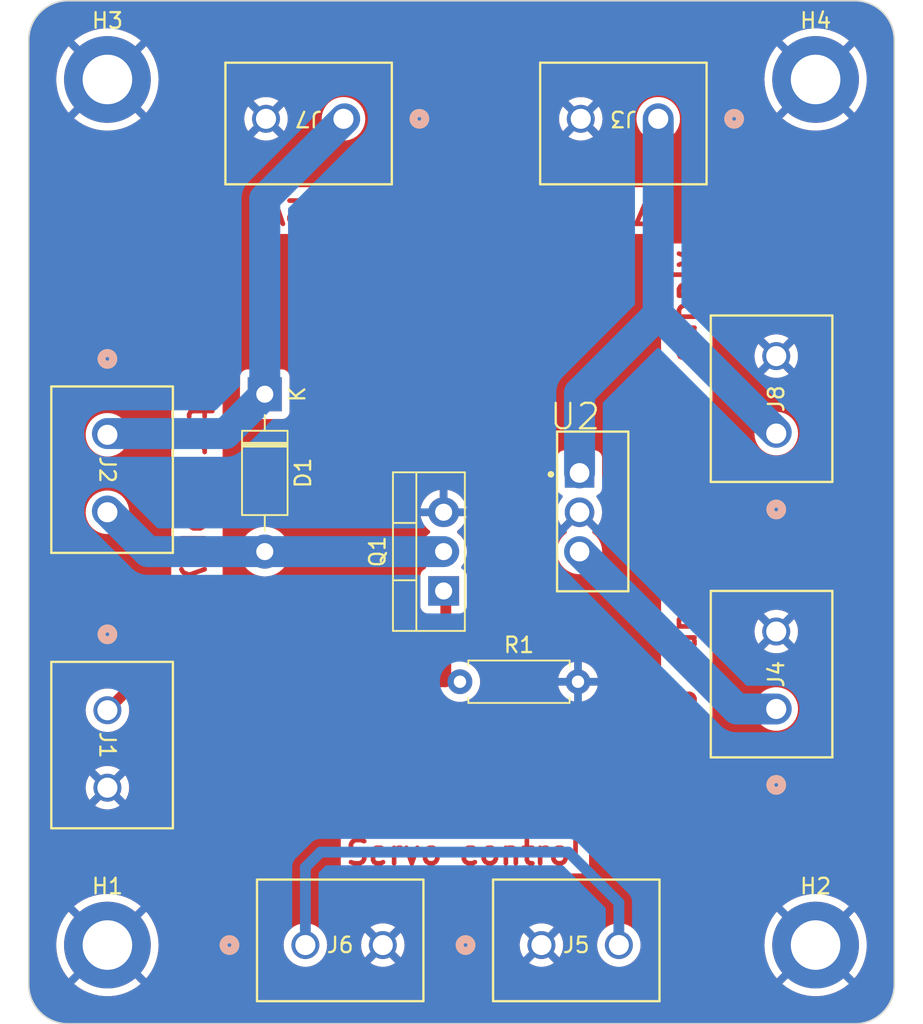
<source format=kicad_pcb>
(kicad_pcb (version 20221018) (generator pcbnew)
  (layers (0 "F.Cu" signal) (31 "B.Cu" signal) (34 "B.Paste" user) (35 "F.Paste" user) (36 "B.SilkS" user "B.Silkscreen") (37 "F.SilkS" user "F.Silkscreen") (38 "B.Mask" user) (39 "F.Mask" user) (44 "Edge.Cuts" user))
  (net 0 "")
  (net 1 "+7.5V")
  (net 2 "Net-(D1-A)")
  (net 3 "GND")
  (net 4 "Net-(J1-Pin_1)")
  (net 5 "Net-(J5-Pin_2)")
  (net 6 "+8V")
  (net 7 "Net-(J4-Pin_1)")
  (footprint "MountingHole:MountingHole_3.2mm_M3_DIN965_Pad" (layer "F.Cu") (at 142.24 71.12)
    (fp_text reference "H3" (at 0 -3.8) (layer "F.SilkS"))
    (fp_text value "MountingHole_Pad")
    (pad "1" thru_hole circle (at 0 0) (size 5.6 5.6) (drill 3.2) (layers "*.Cu" "*.Mask") (net 3 "GND"))
  )
  (footprint "Terminal_Block_Screw:CONN_TB002-500-02BE_CUD" (layer "F.Cu") (at 170.26 127)
    (fp_text reference "J5" (at 2.25 0 unlocked) (layer "F.SilkS"))
    (fp_text value "Screw_Terminal_01x02")
    (fp_circle (center -4.9001 0) (end -4.5191 0) (stroke (width 0.508)) (fill none) (layer "B.SilkS"))
    (fp_line (start -3.1221 -4.226999) (end -3.1221 3.621601) (stroke (width 0.1524)) (layer "F.SilkS"))
    (fp_line (start -3.1221 3.621601) (end 7.6221 3.621601) (stroke (width 0.1524)) (layer "F.SilkS"))
    (fp_line (start 7.6221 -4.226999) (end -3.1221 -4.226999) (stroke (width 0.1524)) (layer "F.SilkS"))
    (fp_line (start 7.6221 3.621601) (end 7.6221 -4.226999) (stroke (width 0.1524)) (layer "F.SilkS"))
    (fp_circle (center -4.9001 0) (end -4.5191 0) (stroke (width 0.508)) (fill none) (layer "F.SilkS"))
    (pad "1" thru_hole circle (at 0 0) (size 1.8034 1.8034) (drill 1.2954) (layers "*.Cu" "*.Mask") (net 3 "GND"))
    (pad "2" thru_hole circle (at 5 0) (size 1.8034 1.8034) (drill 1.2954) (layers "*.Cu" "*.Mask") (net 5 "Net-(J5-Pin_2)"))
  )
  (footprint "MountingHole:MountingHole_3.2mm_M3_DIN965_Pad" (layer "F.Cu") (at 142.24 127)
    (fp_text reference "H1" (at 0 -3.8) (layer "F.SilkS"))
    (fp_text value "MountingHole_Pad")
    (pad "1" thru_hole circle (at 0 0) (size 5.6 5.6) (drill 3.2) (layers "*.Cu" "*.Mask") (net 3 "GND"))
  )
  (footprint "Terminal_Block_Screw:CONN_TB002-500-02BE_CUD" (layer "F.Cu") (at 142.24 111.84 -90)
    (fp_text reference "J1" (at 2.25 0 -90 unlocked) (layer "F.SilkS"))
    (fp_text value "Screw_Terminal_01x02")
    (fp_circle (center -4.9001 0) (end -4.5191 0) (stroke (width 0.508)) (fill none) (layer "B.SilkS"))
    (fp_line (start -3.1221 -4.226999) (end -3.1221 3.621601) (stroke (width 0.1524)) (layer "F.SilkS"))
    (fp_line (start -3.1221 3.621601) (end 7.6221 3.621601) (stroke (width 0.1524)) (layer "F.SilkS"))
    (fp_line (start 7.6221 -4.226999) (end -3.1221 -4.226999) (stroke (width 0.1524)) (layer "F.SilkS"))
    (fp_line (start 7.6221 3.621601) (end 7.6221 -4.226999) (stroke (width 0.1524)) (layer "F.SilkS"))
    (fp_circle (center -4.9001 0) (end -4.5191 0) (stroke (width 0.508)) (fill none) (layer "F.SilkS"))
    (pad "1" thru_hole circle (at 0 0 270) (size 1.8034 1.8034) (drill 1.2954) (layers "*.Cu" "*.Mask") (net 4 "Net-(J1-Pin_1)"))
    (pad "2" thru_hole circle (at 5 0 270) (size 1.8034 1.8034) (drill 1.2954) (layers "*.Cu" "*.Mask") (net 3 "GND"))
  )
  (footprint "Package_TO_SOT_THT:TO-220-3_Vertical" (layer "F.Cu") (at 163.945 104.14 90)
    (fp_text reference "Q1" (at 2.54 -4.27 90) (layer "F.SilkS"))
    (fp_text value "IRLZ34N")
    (fp_line (start -2.58 -3.27) (end -2.58 1.371) (stroke (width 0.12)) (layer "F.SilkS"))
    (fp_line (start -2.58 -3.27) (end 7.66 -3.27) (stroke (width 0.12)) (layer "F.SilkS"))
    (fp_line (start -2.58 -1.76) (end 7.66 -1.76) (stroke (width 0.12)) (layer "F.SilkS"))
    (fp_line (start -2.58 1.371) (end 7.66 1.371) (stroke (width 0.12)) (layer "F.SilkS"))
    (fp_line (start 0.69 -3.27) (end 0.69 -1.76) (stroke (width 0.12)) (layer "F.SilkS"))
    (fp_line (start 4.391 -3.27) (end 4.391 -1.76) (stroke (width 0.12)) (layer "F.SilkS"))
    (fp_line (start 7.66 -3.27) (end 7.66 1.371) (stroke (width 0.12)) (layer "F.SilkS"))
    (pad "1" thru_hole rect (at 0 0 90) (size 1.905 2) (drill 1.1) (layers "*.Cu" "*.Mask") (net 4 "Net-(J1-Pin_1)"))
    (pad "2" thru_hole oval (at 2.54 0 90) (size 1.905 2) (drill 1.1) (layers "*.Cu" "*.Mask") (net 2 "Net-(D1-A)"))
    (pad "3" thru_hole oval (at 5.08 0 90) (size 1.905 2) (drill 1.1) (layers "*.Cu" "*.Mask") (net 3 "GND"))
  )
  (footprint "Resistor_THT:R_Axial_DIN0207_L6.3mm_D2.5mm_P7.62mm_Horizontal" (layer "F.Cu") (at 165 110)
    (fp_text reference "R1" (at 3.81 -2.37) (layer "F.SilkS"))
    (fp_text value "1k")
    (fp_line (start 0.54 -1.37) (end 7.08 -1.37) (stroke (width 0.12)) (layer "F.SilkS"))
    (fp_line (start 0.54 -1.04) (end 0.54 -1.37) (stroke (width 0.12)) (layer "F.SilkS"))
    (fp_line (start 0.54 1.04) (end 0.54 1.37) (stroke (width 0.12)) (layer "F.SilkS"))
    (fp_line (start 0.54 1.37) (end 7.08 1.37) (stroke (width 0.12)) (layer "F.SilkS"))
    (fp_line (start 7.08 -1.37) (end 7.08 -1.04) (stroke (width 0.12)) (layer "F.SilkS"))
    (fp_line (start 7.08 1.37) (end 7.08 1.04) (stroke (width 0.12)) (layer "F.SilkS"))
    (pad "1" thru_hole circle (at 0 0) (size 1.6 1.6) (drill 0.8) (layers "*.Cu" "*.Mask") (net 4 "Net-(J1-Pin_1)"))
    (pad "2" thru_hole oval (at 7.62 0) (size 1.6 1.6) (drill 0.8) (layers "*.Cu" "*.Mask") (net 3 "GND"))
  )
  (footprint "footprints:TO254P460X1020X1945-3P" (layer "F.Cu") (at 172.72 99.06)
    (fp_text reference "U2" (at -0.286703 -6.174801) (layer "F.SilkS") (effects (font (size 1.641433 1.641433))))
    (fp_text value "L7805")
    (fp_line (start -1.45 -5.207) (end 3.15 -5.207) (stroke (width 0.1524)) (layer "F.SilkS"))
    (fp_line (start -1.45 5.1) (end -1.45 -5.207) (stroke (width 0.1524)) (layer "F.SilkS"))
    (fp_line (start 3.15 -5.207) (end 3.15 5.1) (stroke (width 0.1524)) (layer "F.SilkS"))
    (fp_line (start 3.15 5.1) (end -1.45 5.1) (stroke (width 0.1524)) (layer "F.SilkS"))
    (fp_circle (center -1.85 -2.45) (end -1.738197 -2.45) (stroke (width 0.2)) (fill none) (layer "F.SilkS"))
    (pad "1" thru_hole rect (at 0 -2.54) (size 1.91 1.91) (drill 1.27) (layers "*.Cu" "*.Mask") (net 6 "+8V"))
    (pad "2" thru_hole circle (at 0 0) (size 1.91 1.91) (drill 1.27) (layers "*.Cu" "*.Mask") (net 3 "GND"))
    (pad "3" thru_hole circle (at 0 2.54) (size 1.91 1.91) (drill 1.27) (layers "*.Cu" "*.Mask") (net 7 "Net-(J4-Pin_1)"))
  )
  (footprint "Terminal_Block_Screw:CONN_TB002-500-02BE_CUD" (layer "F.Cu") (at 177.8 73.66 180)
    (fp_text reference "J3" (at 2.25 0 180 unlocked) (layer "F.SilkS"))
    (fp_text value "Screw_Terminal_01x02")
    (fp_circle (center -4.9001 0) (end -4.5191 0) (stroke (width 0.508)) (fill none) (layer "B.SilkS"))
    (fp_line (start -3.1221 -4.226999) (end -3.1221 3.621601) (stroke (width 0.1524)) (layer "F.SilkS"))
    (fp_line (start -3.1221 3.621601) (end 7.6221 3.621601) (stroke (width 0.1524)) (layer "F.SilkS"))
    (fp_line (start 7.6221 -4.226999) (end -3.1221 -4.226999) (stroke (width 0.1524)) (layer "F.SilkS"))
    (fp_line (start 7.6221 3.621601) (end 7.6221 -4.226999) (stroke (width 0.1524)) (layer "F.SilkS"))
    (fp_circle (center -4.9001 0) (end -4.5191 0) (stroke (width 0.508)) (fill none) (layer "F.SilkS"))
    (pad "1" thru_hole circle (at 0 0 180) (size 1.8034 1.8034) (drill 1.2954) (layers "*.Cu" "*.Mask") (net 6 "+8V"))
    (pad "2" thru_hole circle (at 5 0 180) (size 1.8034 1.8034) (drill 1.2954) (layers "*.Cu" "*.Mask") (net 3 "GND"))
  )
  (footprint "MountingHole:MountingHole_3.2mm_M3_DIN965_Pad" (layer "F.Cu") (at 187.96 71.12)
    (fp_text reference "H4" (at 0 -3.8) (layer "F.SilkS"))
    (fp_text value "MountingHole_Pad")
    (pad "1" thru_hole circle (at 0 0) (size 5.6 5.6) (drill 3.2) (layers "*.Cu" "*.Mask") (net 3 "GND"))
  )
  (footprint "MountingHole:MountingHole_3.2mm_M3_DIN965_Pad" (layer "F.Cu") (at 187.96 127)
    (fp_text reference "H2" (at 0 -3.8) (layer "F.SilkS"))
    (fp_text value "MountingHole_Pad")
    (pad "1" thru_hole circle (at 0 0) (size 5.6 5.6) (drill 3.2) (layers "*.Cu" "*.Mask") (net 3 "GND"))
  )
  (footprint "Terminal_Block_Screw:CONN_TB002-500-02BE_CUD" (layer "F.Cu") (at 142.24 94.06 -90)
    (fp_text reference "J2" (at 2.25 0 -90 unlocked) (layer "F.SilkS"))
    (fp_text value "Screw_Terminal_01x02")
    (fp_circle (center -4.9001 0) (end -4.5191 0) (stroke (width 0.508)) (fill none) (layer "B.SilkS"))
    (fp_line (start -3.1221 -4.226999) (end -3.1221 3.621601) (stroke (width 0.1524)) (layer "F.SilkS"))
    (fp_line (start -3.1221 3.621601) (end 7.6221 3.621601) (stroke (width 0.1524)) (layer "F.SilkS"))
    (fp_line (start 7.6221 -4.226999) (end -3.1221 -4.226999) (stroke (width 0.1524)) (layer "F.SilkS"))
    (fp_line (start 7.6221 3.621601) (end 7.6221 -4.226999) (stroke (width 0.1524)) (layer "F.SilkS"))
    (fp_circle (center -4.9001 0) (end -4.5191 0) (stroke (width 0.508)) (fill none) (layer "F.SilkS"))
    (pad "1" thru_hole circle (at 0 0 270) (size 1.8034 1.8034) (drill 1.2954) (layers "*.Cu" "*.Mask") (net 1 "+7.5V"))
    (pad "2" thru_hole circle (at 5 0 270) (size 1.8034 1.8034) (drill 1.2954) (layers "*.Cu" "*.Mask") (net 2 "Net-(D1-A)"))
  )
  (footprint "Terminal_Block_Screw:CONN_TB002-500-02BE_CUD" (layer "F.Cu") (at 155.02 127)
    (fp_text reference "J6" (at 2.25 0 unlocked) (layer "F.SilkS"))
    (fp_text value "Screw_Terminal_01x02")
    (fp_circle (center -4.9001 0) (end -4.5191 0) (stroke (width 0.508)) (fill none) (layer "B.SilkS"))
    (fp_line (start -3.1221 -4.226999) (end -3.1221 3.621601) (stroke (width 0.1524)) (layer "F.SilkS"))
    (fp_line (start -3.1221 3.621601) (end 7.6221 3.621601) (stroke (width 0.1524)) (layer "F.SilkS"))
    (fp_line (start 7.6221 -4.226999) (end -3.1221 -4.226999) (stroke (width 0.1524)) (layer "F.SilkS"))
    (fp_line (start 7.6221 3.621601) (end 7.6221 -4.226999) (stroke (width 0.1524)) (layer "F.SilkS"))
    (fp_circle (center -4.9001 0) (end -4.5191 0) (stroke (width 0.508)) (fill none) (layer "F.SilkS"))
    (pad "1" thru_hole circle (at 0 0) (size 1.8034 1.8034) (drill 1.2954) (layers "*.Cu" "*.Mask") (net 5 "Net-(J5-Pin_2)"))
    (pad "2" thru_hole circle (at 5 0) (size 1.8034 1.8034) (drill 1.2954) (layers "*.Cu" "*.Mask") (net 3 "GND"))
  )
  (footprint "Terminal_Block_Screw:CONN_TB002-500-02BE_CUD" (layer "F.Cu") (at 185.42 93.98 90)
    (fp_text reference "J8" (at 2.25 0 90 unlocked) (layer "F.SilkS"))
    (fp_text value "Screw_Terminal_01x02")
    (fp_circle (center -4.9001 0) (end -4.5191 0) (stroke (width 0.508)) (fill none) (layer "B.SilkS"))
    (fp_line (start -3.1221 -4.226999) (end -3.1221 3.621601) (stroke (width 0.1524)) (layer "F.SilkS"))
    (fp_line (start -3.1221 3.621601) (end 7.6221 3.621601) (stroke (width 0.1524)) (layer "F.SilkS"))
    (fp_line (start 7.6221 -4.226999) (end -3.1221 -4.226999) (stroke (width 0.1524)) (layer "F.SilkS"))
    (fp_line (start 7.6221 3.621601) (end 7.6221 -4.226999) (stroke (width 0.1524)) (layer "F.SilkS"))
    (fp_circle (center -4.9001 0) (end -4.5191 0) (stroke (width 0.508)) (fill none) (layer "F.SilkS"))
    (pad "1" thru_hole circle (at 0 0 90) (size 1.8034 1.8034) (drill 1.2954) (layers "*.Cu" "*.Mask") (net 6 "+8V"))
    (pad "2" thru_hole circle (at 5 0 90) (size 1.8034 1.8034) (drill 1.2954) (layers "*.Cu" "*.Mask") (net 3 "GND"))
  )
  (footprint "Terminal_Block_Screw:CONN_TB002-500-02BE_CUD" (layer "F.Cu") (at 185.42 111.76 90)
    (fp_text reference "J4" (at 2.25 0 90 unlocked) (layer "F.SilkS"))
    (fp_text value "Screw_Terminal_01x02")
    (fp_circle (center -4.9001 0) (end -4.5191 0) (stroke (width 0.508)) (fill none) (layer "B.SilkS"))
    (fp_line (start -3.1221 -4.226999) (end -3.1221 3.621601) (stroke (width 0.1524)) (layer "F.SilkS"))
    (fp_line (start -3.1221 3.621601) (end 7.6221 3.621601) (stroke (width 0.1524)) (layer "F.SilkS"))
    (fp_line (start 7.6221 -4.226999) (end -3.1221 -4.226999) (stroke (width 0.1524)) (layer "F.SilkS"))
    (fp_line (start 7.6221 3.621601) (end 7.6221 -4.226999) (stroke (width 0.1524)) (layer "F.SilkS"))
    (fp_circle (center -4.9001 0) (end -4.5191 0) (stroke (width 0.508)) (fill none) (layer "F.SilkS"))
    (pad "1" thru_hole circle (at 0 0 90) (size 1.8034 1.8034) (drill 1.2954) (layers "*.Cu" "*.Mask") (net 7 "Net-(J4-Pin_1)"))
    (pad "2" thru_hole circle (at 5 0 90) (size 1.8034 1.8034) (drill 1.2954) (layers "*.Cu" "*.Mask") (net 3 "GND"))
  )
  (footprint "Terminal_Block_Screw:CONN_TB002-500-02BE_CUD" (layer "F.Cu") (at 157.48 73.66 180)
    (fp_text reference "J7" (at 2.25 0 180 unlocked) (layer "F.SilkS"))
    (fp_text value "Screw_Terminal_01x02")
    (fp_circle (center -4.9001 0) (end -4.5191 0) (stroke (width 0.508)) (fill none) (layer "B.SilkS"))
    (fp_line (start -3.1221 -4.226999) (end -3.1221 3.621601) (stroke (width 0.1524)) (layer "F.SilkS"))
    (fp_line (start -3.1221 3.621601) (end 7.6221 3.621601) (stroke (width 0.1524)) (layer "F.SilkS"))
    (fp_line (start 7.6221 -4.226999) (end -3.1221 -4.226999) (stroke (width 0.1524)) (layer "F.SilkS"))
    (fp_line (start 7.6221 3.621601) (end 7.6221 -4.226999) (stroke (width 0.1524)) (layer "F.SilkS"))
    (fp_circle (center -4.9001 0) (end -4.5191 0) (stroke (width 0.508)) (fill none) (layer "F.SilkS"))
    (pad "1" thru_hole circle (at 0 0 180) (size 1.8034 1.8034) (drill 1.2954) (layers "*.Cu" "*.Mask") (net 1 "+7.5V"))
    (pad "2" thru_hole circle (at 5 0 180) (size 1.8034 1.8034) (drill 1.2954) (layers "*.Cu" "*.Mask") (net 3 "GND"))
  )
  (footprint "Diode_THT:D_DO-41_SOD81_P10.16mm_Horizontal" (layer "F.Cu") (at 152.4 91.44 -90)
    (fp_text reference "D1" (at 5.08 -2.47 90) (layer "F.SilkS"))
    (fp_text value "1N4004")
    (fp_text user "K" (at 0 -2.1 90) (layer "F.SilkS"))
    (fp_line (start 1.34 0) (end 2.36 0) (stroke (width 0.12)) (layer "F.SilkS"))
    (fp_line (start 2.36 -1.47) (end 2.36 1.47) (stroke (width 0.12)) (layer "F.SilkS"))
    (fp_line (start 2.36 1.47) (end 7.8 1.47) (stroke (width 0.12)) (layer "F.SilkS"))
    (fp_line (start 3.14 -1.47) (end 3.14 1.47) (stroke (width 0.12)) (layer "F.SilkS"))
    (fp_line (start 3.26 -1.47) (end 3.26 1.47) (stroke (width 0.12)) (layer "F.SilkS"))
    (fp_line (start 3.38 -1.47) (end 3.38 1.47) (stroke (width 0.12)) (layer "F.SilkS"))
    (fp_line (start 7.8 -1.47) (end 2.36 -1.47) (stroke (width 0.12)) (layer "F.SilkS"))
    (fp_line (start 7.8 1.47) (end 7.8 -1.47) (stroke (width 0.12)) (layer "F.SilkS"))
    (fp_line (start 8.82 0) (end 7.8 0) (stroke (width 0.12)) (layer "F.SilkS"))
    (pad "1" thru_hole rect (at 0 0 270) (size 2.2 2.2) (drill 1.1) (layers "*.Cu" "*.Mask") (net 1 "+7.5V"))
    (pad "2" thru_hole oval (at 10.16 0 270) (size 2.2 2.2) (drill 1.1) (layers "*.Cu" "*.Mask") (net 2 "Net-(D1-A)"))
  )
  (gr_line (start 193.04 68.58) (end 193.04 129.54) (stroke (width 0.1)) (layer "Edge.Cuts"))
  (gr_line (start 139.7 66.04) (end 190.5 66.04) (stroke (width 0.1)) (layer "Edge.Cuts"))
  (gr_line (start 190.5 132.08) (end 139.7 132.08) (stroke (width 0.1)) (layer "Edge.Cuts"))
  (gr_arc (start 190.5 66.04) (mid 192.296051 66.783949) (end 193.04 68.58) (stroke (width 0.1)) (layer "Edge.Cuts"))
  (gr_arc (start 139.7 132.08) (mid 137.903949 131.336051) (end 137.16 129.54) (stroke (width 0.1)) (layer "Edge.Cuts"))
  (gr_arc (start 137.16 68.58) (mid 137.903949 66.783949) (end 139.7 66.04) (stroke (width 0.1)) (layer "Edge.Cuts"))
  (gr_line (start 137.16 68.58) (end 137.16 129.54) (stroke (width 0.1)) (layer "Edge.Cuts"))
  (gr_arc (start 193.04 129.54) (mid 192.296051 131.336051) (end 190.5 132.08) (stroke (width 0.1)) (layer "Edge.Cuts"))
  (gr_text "Arduino supply\n" (at 180.34 99.06 90) (layer "F.Cu") (effects (font (size 1.5 1.5) (thickness 0.3) bold) (justify left bottom)))
  (gr_text "Servo control" (at 157.48 121.92) (layer "F.Cu") (effects (font (size 1.5 1.5) (thickness 0.3) bold) (justify left bottom)))
  (gr_text "ADAS on a Treadmill\nUniversity of Waterloo\nJune 2024" (at 154.94 88.9) (layer "F.Cu") (effects (font (size 1 1) (thickness 0.25) bold) (justify left bottom)))
  (gr_text "7,2V" (at 157.48 78.74 180) (layer "F.Cu") (effects (font (size 1.5 1.5) (thickness 0.3) bold) (justify left bottom)))
  (gr_text "Motor supply" (at 147.32 88.9 -90) (layer "F.Cu") (effects (font (size 1.5 1.5) (thickness 0.3) bold) (justify left bottom)))
  (gr_text "7,2V" (at 177.8 78.74 180) (layer "F.Cu") (effects (font (size 1.5 1.5) (thickness 0.3) bold) (justify left bottom)))
  (gr_text "Servo supply" (at 180.34 116.84 90) (layer "F.Cu") (effects (font (size 1.5 1.5) (thickness 0.3) bold) (justify left bottom)))
  (gr_text "PWM" (at 147.32 111.76 -90) (layer "F.Cu") (effects (font (size 1.5 1.5) (thickness 0.3) bold) (justify left bottom)))
  (segment (start 149.86 93.98) (end 152.4 91.44) (width 2) (layer "B.Cu") (net 1))
  (segment (start 142.24 93.98) (end 149.86 93.98) (width 2) (layer "B.Cu") (net 1))
  (segment (start 152.4 91.44) (end 152.4 78.82) (width 2) (layer "B.Cu") (net 1))
  (segment (start 152.4 78.82) (end 157.56 73.66) (width 2) (layer "B.Cu") (net 1))
  (segment (start 142.24 98.98) (end 144.86 101.6) (width 2) (layer "B.Cu") (net 2))
  (segment (start 144.86 101.6) (end 152.4 101.6) (width 2) (layer "B.Cu") (net 2))
  (segment (start 152.4 101.6) (end 163.945 101.6) (width 2) (layer "B.Cu") (net 2))
  (segment (start 163.945 109.945) (end 164 110) (width 0.7) (layer "F.Cu") (net 4))
  (segment (start 164.0875 104.2825) (end 163.945 104.14) (width 0.25) (layer "F.Cu") (net 4))
  (segment (start 144.08 110) (end 164 110) (width 0.7) (layer "F.Cu") (net 4))
  (segment (start 142.24 111.84) (end 144.08 110) (width 0.7) (layer "F.Cu") (net 4))
  (segment (start 164.0875 110) (end 164.0875 104.2825) (width 0.7) (layer "F.Cu") (net 4))
  (segment (start 172 121) (end 175.26 124.26) (width 0.7) (layer "B.Cu") (net 5))
  (segment (start 155.02 121.98) (end 156 121) (width 0.7) (layer "B.Cu") (net 5))
  (segment (start 155.02 127) (end 155.02 121.98) (width 0.7) (layer "B.Cu") (net 5))
  (segment (start 175.26 124.26) (end 175.26 127) (width 0.7) (layer "B.Cu") (net 5))
  (segment (start 156 121) (end 172 121) (width 0.7) (layer "B.Cu") (net 5))
  (segment (start 177.8 86.28) (end 185.42 93.9) (width 2) (layer "B.Cu") (net 6))
  (segment (start 172.72 91.36) (end 177.8 86.28) (width 2) (layer "B.Cu") (net 6))
  (segment (start 172.72 96.52) (end 172.72 91.36) (width 2) (layer "B.Cu") (net 6))
  (segment (start 177.8 73.66) (end 177.8 86.28) (width 2) (layer "B.Cu") (net 6))
  (segment (start 185.42 111.76) (end 182.88 111.76) (width 2) (layer "B.Cu") (net 7))
  (segment (start 182.88 111.76) (end 172.72 101.6) (width 2) (layer "B.Cu") (net 7))
  (zone (net 3) (net_name "GND") (layer "F.Cu") (connect_pads (clearance 0.5)) (min_thickness 0.25) (fill yes (thermal_gap 0.5) (thermal_bridge_width 0.5))
    (polygon (pts (xy 137.16 66.04) (xy 193.04 66.04) (xy 193.04 132.08) (xy 137.16 132.08)))
  )
  (zone (net 3) (net_name "GND") (layer "B.Cu") (priority 1) (connect_pads (clearance 0.5)) (min_thickness 0.25) (fill yes (thermal_gap 0.5) (thermal_bridge_width 0.5))
    (polygon (pts (xy 137.16 66.04) (xy 193.04 66.04) (xy 193.04 132.08) (xy 137.16 132.08)))
  )
)
</source>
